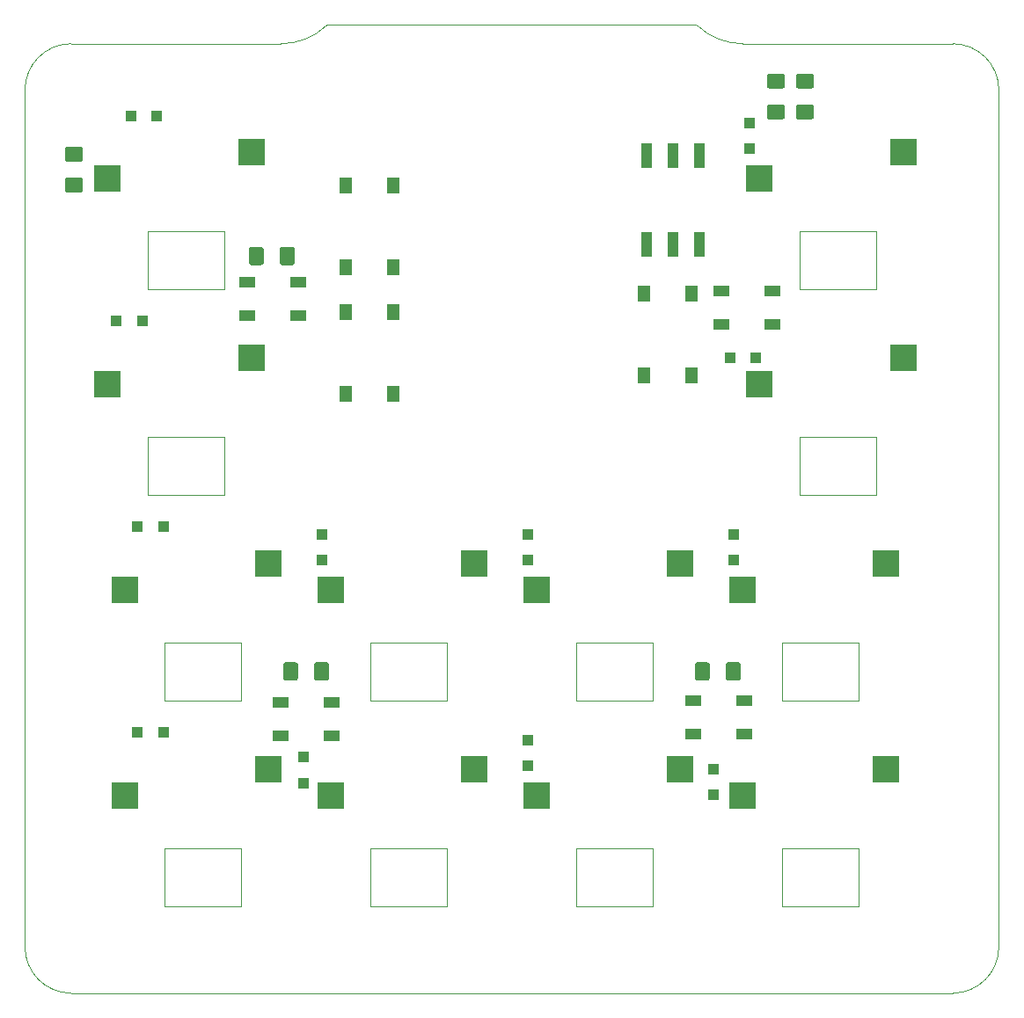
<source format=gbr>
G04 #@! TF.GenerationSoftware,KiCad,Pcbnew,(5.1.5)-3*
G04 #@! TF.CreationDate,2020-06-30T23:50:15-07:00*
G04 #@! TF.ProjectId,keypadV2,6b657970-6164-4563-922e-6b696361645f,rev?*
G04 #@! TF.SameCoordinates,Original*
G04 #@! TF.FileFunction,Paste,Bot*
G04 #@! TF.FilePolarity,Positive*
%FSLAX46Y46*%
G04 Gerber Fmt 4.6, Leading zero omitted, Abs format (unit mm)*
G04 Created by KiCad (PCBNEW (5.1.5)-3) date 2020-06-30 23:50:15*
%MOMM*%
%LPD*%
G04 APERTURE LIST*
%ADD10C,0.050000*%
%ADD11C,0.120000*%
%ADD12R,1.500000X1.000000*%
%ADD13C,0.100000*%
%ADD14R,1.000000X1.000000*%
%ADD15R,1.300000X1.550000*%
%ADD16R,1.130000X2.440000*%
%ADD17R,2.550000X2.500000*%
G04 APERTURE END LIST*
D10*
X154178000Y-69024500D02*
X154178000Y-63436500D01*
X146812000Y-69024500D02*
X154178000Y-69024500D01*
X154178000Y-63436500D02*
X146812000Y-63436500D01*
X146812000Y-63436500D02*
X146812000Y-69024500D01*
X154178000Y-88836500D02*
X154178000Y-83248500D01*
X146812000Y-88836500D02*
X154178000Y-88836500D01*
X154178000Y-83248500D02*
X146812000Y-83248500D01*
X146812000Y-83248500D02*
X146812000Y-88836500D01*
X155829000Y-108648500D02*
X155829000Y-103060500D01*
X148463000Y-108648500D02*
X155829000Y-108648500D01*
X155829000Y-103060500D02*
X148463000Y-103060500D01*
X148463000Y-103060500D02*
X148463000Y-108648500D01*
X155829000Y-128460500D02*
X155829000Y-122872500D01*
X148463000Y-128460500D02*
X155829000Y-128460500D01*
X155829000Y-122872500D02*
X148463000Y-122872500D01*
X148463000Y-122872500D02*
X148463000Y-128460500D01*
X175641000Y-128460500D02*
X175641000Y-122872500D01*
X168275000Y-128460500D02*
X175641000Y-128460500D01*
X175641000Y-122872500D02*
X168275000Y-122872500D01*
X168275000Y-122872500D02*
X168275000Y-128460500D01*
X175641000Y-108648500D02*
X175641000Y-103060500D01*
X168275000Y-108648500D02*
X175641000Y-108648500D01*
X175641000Y-103060500D02*
X168275000Y-103060500D01*
X168275000Y-103060500D02*
X168275000Y-108648500D01*
X195453000Y-108648500D02*
X195453000Y-103060500D01*
X188087000Y-108648500D02*
X195453000Y-108648500D01*
X195453000Y-103060500D02*
X188087000Y-103060500D01*
X188087000Y-103060500D02*
X188087000Y-108648500D01*
X195453000Y-128460500D02*
X195453000Y-122872500D01*
X188087000Y-128460500D02*
X195453000Y-128460500D01*
X195453000Y-122872500D02*
X188087000Y-122872500D01*
X188087000Y-122872500D02*
X188087000Y-128460500D01*
X215265000Y-128460500D02*
X215265000Y-122872500D01*
X207899000Y-128460500D02*
X215265000Y-128460500D01*
X215265000Y-122872500D02*
X207899000Y-122872500D01*
X207899000Y-122872500D02*
X207899000Y-128460500D01*
X215265000Y-108648500D02*
X215265000Y-103060500D01*
X207899000Y-108648500D02*
X215265000Y-108648500D01*
X215265000Y-103060500D02*
X207899000Y-103060500D01*
X207899000Y-103060500D02*
X207899000Y-108648500D01*
X216916000Y-83248500D02*
X209550000Y-83248500D01*
X209550000Y-88836500D02*
X216916000Y-88836500D01*
X216916000Y-88836500D02*
X216916000Y-83248500D01*
X209550000Y-83248500D02*
X209550000Y-88836500D01*
X216916000Y-69024500D02*
X216916000Y-63436500D01*
X209550000Y-69024500D02*
X216916000Y-69024500D01*
X209550000Y-63436500D02*
X209550000Y-69024500D01*
X216916000Y-63436500D02*
X209550000Y-63436500D01*
X224282000Y-45402500D02*
X204089000Y-45402500D01*
X199459533Y-43557442D02*
X164268467Y-43557442D01*
X199728941Y-43669034D02*
G75*
G03X204089000Y-45402500I4360059J4616534D01*
G01*
X199728941Y-43669034D02*
G75*
G03X199459533Y-43557442I-269408J-269408D01*
G01*
X163999059Y-43669034D02*
G75*
G02X164268467Y-43557442I269408J-269408D01*
G01*
X163999059Y-43669034D02*
G75*
G02X159639000Y-45402500I-4360059J4616534D01*
G01*
X139446000Y-45402500D02*
X159639000Y-45402500D01*
X135001000Y-49847500D02*
X135001000Y-132397500D01*
X224282000Y-136842500D02*
X139446000Y-136842500D01*
X228727000Y-49847500D02*
X228727000Y-132397500D01*
D11*
X135001000Y-49847500D02*
G75*
G02X139446000Y-45402500I4445000J0D01*
G01*
X224282000Y-45402500D02*
G75*
G02X228727000Y-49847500I0J-4445000D01*
G01*
X228727000Y-132397500D02*
G75*
G02X224282000Y-136842500I-4445000J0D01*
G01*
X139446000Y-136842500D02*
G75*
G02X135001000Y-132397500I0J4445000D01*
G01*
D12*
X164502000Y-108826500D03*
X164502000Y-112026500D03*
X159602000Y-108826500D03*
X159602000Y-112026500D03*
D13*
G36*
X160724504Y-64975704D02*
G01*
X160748773Y-64979304D01*
X160772571Y-64985265D01*
X160795671Y-64993530D01*
X160817849Y-65004020D01*
X160838893Y-65016633D01*
X160858598Y-65031247D01*
X160876777Y-65047723D01*
X160893253Y-65065902D01*
X160907867Y-65085607D01*
X160920480Y-65106651D01*
X160930970Y-65128829D01*
X160939235Y-65151929D01*
X160945196Y-65175727D01*
X160948796Y-65199996D01*
X160950000Y-65224500D01*
X160950000Y-66474500D01*
X160948796Y-66499004D01*
X160945196Y-66523273D01*
X160939235Y-66547071D01*
X160930970Y-66570171D01*
X160920480Y-66592349D01*
X160907867Y-66613393D01*
X160893253Y-66633098D01*
X160876777Y-66651277D01*
X160858598Y-66667753D01*
X160838893Y-66682367D01*
X160817849Y-66694980D01*
X160795671Y-66705470D01*
X160772571Y-66713735D01*
X160748773Y-66719696D01*
X160724504Y-66723296D01*
X160700000Y-66724500D01*
X159775000Y-66724500D01*
X159750496Y-66723296D01*
X159726227Y-66719696D01*
X159702429Y-66713735D01*
X159679329Y-66705470D01*
X159657151Y-66694980D01*
X159636107Y-66682367D01*
X159616402Y-66667753D01*
X159598223Y-66651277D01*
X159581747Y-66633098D01*
X159567133Y-66613393D01*
X159554520Y-66592349D01*
X159544030Y-66570171D01*
X159535765Y-66547071D01*
X159529804Y-66523273D01*
X159526204Y-66499004D01*
X159525000Y-66474500D01*
X159525000Y-65224500D01*
X159526204Y-65199996D01*
X159529804Y-65175727D01*
X159535765Y-65151929D01*
X159544030Y-65128829D01*
X159554520Y-65106651D01*
X159567133Y-65085607D01*
X159581747Y-65065902D01*
X159598223Y-65047723D01*
X159616402Y-65031247D01*
X159636107Y-65016633D01*
X159657151Y-65004020D01*
X159679329Y-64993530D01*
X159702429Y-64985265D01*
X159726227Y-64979304D01*
X159750496Y-64975704D01*
X159775000Y-64974500D01*
X160700000Y-64974500D01*
X160724504Y-64975704D01*
G37*
G36*
X157749504Y-64975704D02*
G01*
X157773773Y-64979304D01*
X157797571Y-64985265D01*
X157820671Y-64993530D01*
X157842849Y-65004020D01*
X157863893Y-65016633D01*
X157883598Y-65031247D01*
X157901777Y-65047723D01*
X157918253Y-65065902D01*
X157932867Y-65085607D01*
X157945480Y-65106651D01*
X157955970Y-65128829D01*
X157964235Y-65151929D01*
X157970196Y-65175727D01*
X157973796Y-65199996D01*
X157975000Y-65224500D01*
X157975000Y-66474500D01*
X157973796Y-66499004D01*
X157970196Y-66523273D01*
X157964235Y-66547071D01*
X157955970Y-66570171D01*
X157945480Y-66592349D01*
X157932867Y-66613393D01*
X157918253Y-66633098D01*
X157901777Y-66651277D01*
X157883598Y-66667753D01*
X157863893Y-66682367D01*
X157842849Y-66694980D01*
X157820671Y-66705470D01*
X157797571Y-66713735D01*
X157773773Y-66719696D01*
X157749504Y-66723296D01*
X157725000Y-66724500D01*
X156800000Y-66724500D01*
X156775496Y-66723296D01*
X156751227Y-66719696D01*
X156727429Y-66713735D01*
X156704329Y-66705470D01*
X156682151Y-66694980D01*
X156661107Y-66682367D01*
X156641402Y-66667753D01*
X156623223Y-66651277D01*
X156606747Y-66633098D01*
X156592133Y-66613393D01*
X156579520Y-66592349D01*
X156569030Y-66570171D01*
X156560765Y-66547071D01*
X156554804Y-66523273D01*
X156551204Y-66499004D01*
X156550000Y-66474500D01*
X156550000Y-65224500D01*
X156551204Y-65199996D01*
X156554804Y-65175727D01*
X156560765Y-65151929D01*
X156569030Y-65128829D01*
X156579520Y-65106651D01*
X156592133Y-65085607D01*
X156606747Y-65065902D01*
X156623223Y-65047723D01*
X156641402Y-65031247D01*
X156661107Y-65016633D01*
X156682151Y-65004020D01*
X156704329Y-64993530D01*
X156727429Y-64985265D01*
X156751227Y-64979304D01*
X156775496Y-64975704D01*
X156800000Y-64974500D01*
X157725000Y-64974500D01*
X157749504Y-64975704D01*
G37*
G36*
X164026504Y-104980704D02*
G01*
X164050773Y-104984304D01*
X164074571Y-104990265D01*
X164097671Y-104998530D01*
X164119849Y-105009020D01*
X164140893Y-105021633D01*
X164160598Y-105036247D01*
X164178777Y-105052723D01*
X164195253Y-105070902D01*
X164209867Y-105090607D01*
X164222480Y-105111651D01*
X164232970Y-105133829D01*
X164241235Y-105156929D01*
X164247196Y-105180727D01*
X164250796Y-105204996D01*
X164252000Y-105229500D01*
X164252000Y-106479500D01*
X164250796Y-106504004D01*
X164247196Y-106528273D01*
X164241235Y-106552071D01*
X164232970Y-106575171D01*
X164222480Y-106597349D01*
X164209867Y-106618393D01*
X164195253Y-106638098D01*
X164178777Y-106656277D01*
X164160598Y-106672753D01*
X164140893Y-106687367D01*
X164119849Y-106699980D01*
X164097671Y-106710470D01*
X164074571Y-106718735D01*
X164050773Y-106724696D01*
X164026504Y-106728296D01*
X164002000Y-106729500D01*
X163077000Y-106729500D01*
X163052496Y-106728296D01*
X163028227Y-106724696D01*
X163004429Y-106718735D01*
X162981329Y-106710470D01*
X162959151Y-106699980D01*
X162938107Y-106687367D01*
X162918402Y-106672753D01*
X162900223Y-106656277D01*
X162883747Y-106638098D01*
X162869133Y-106618393D01*
X162856520Y-106597349D01*
X162846030Y-106575171D01*
X162837765Y-106552071D01*
X162831804Y-106528273D01*
X162828204Y-106504004D01*
X162827000Y-106479500D01*
X162827000Y-105229500D01*
X162828204Y-105204996D01*
X162831804Y-105180727D01*
X162837765Y-105156929D01*
X162846030Y-105133829D01*
X162856520Y-105111651D01*
X162869133Y-105090607D01*
X162883747Y-105070902D01*
X162900223Y-105052723D01*
X162918402Y-105036247D01*
X162938107Y-105021633D01*
X162959151Y-105009020D01*
X162981329Y-104998530D01*
X163004429Y-104990265D01*
X163028227Y-104984304D01*
X163052496Y-104980704D01*
X163077000Y-104979500D01*
X164002000Y-104979500D01*
X164026504Y-104980704D01*
G37*
G36*
X161051504Y-104980704D02*
G01*
X161075773Y-104984304D01*
X161099571Y-104990265D01*
X161122671Y-104998530D01*
X161144849Y-105009020D01*
X161165893Y-105021633D01*
X161185598Y-105036247D01*
X161203777Y-105052723D01*
X161220253Y-105070902D01*
X161234867Y-105090607D01*
X161247480Y-105111651D01*
X161257970Y-105133829D01*
X161266235Y-105156929D01*
X161272196Y-105180727D01*
X161275796Y-105204996D01*
X161277000Y-105229500D01*
X161277000Y-106479500D01*
X161275796Y-106504004D01*
X161272196Y-106528273D01*
X161266235Y-106552071D01*
X161257970Y-106575171D01*
X161247480Y-106597349D01*
X161234867Y-106618393D01*
X161220253Y-106638098D01*
X161203777Y-106656277D01*
X161185598Y-106672753D01*
X161165893Y-106687367D01*
X161144849Y-106699980D01*
X161122671Y-106710470D01*
X161099571Y-106718735D01*
X161075773Y-106724696D01*
X161051504Y-106728296D01*
X161027000Y-106729500D01*
X160102000Y-106729500D01*
X160077496Y-106728296D01*
X160053227Y-106724696D01*
X160029429Y-106718735D01*
X160006329Y-106710470D01*
X159984151Y-106699980D01*
X159963107Y-106687367D01*
X159943402Y-106672753D01*
X159925223Y-106656277D01*
X159908747Y-106638098D01*
X159894133Y-106618393D01*
X159881520Y-106597349D01*
X159871030Y-106575171D01*
X159862765Y-106552071D01*
X159856804Y-106528273D01*
X159853204Y-106504004D01*
X159852000Y-106479500D01*
X159852000Y-105229500D01*
X159853204Y-105204996D01*
X159856804Y-105180727D01*
X159862765Y-105156929D01*
X159871030Y-105133829D01*
X159881520Y-105111651D01*
X159894133Y-105090607D01*
X159908747Y-105070902D01*
X159925223Y-105052723D01*
X159943402Y-105036247D01*
X159963107Y-105021633D01*
X159984151Y-105009020D01*
X160006329Y-104998530D01*
X160029429Y-104990265D01*
X160053227Y-104984304D01*
X160077496Y-104980704D01*
X160102000Y-104979500D01*
X161027000Y-104979500D01*
X161051504Y-104980704D01*
G37*
G36*
X203650504Y-104980704D02*
G01*
X203674773Y-104984304D01*
X203698571Y-104990265D01*
X203721671Y-104998530D01*
X203743849Y-105009020D01*
X203764893Y-105021633D01*
X203784598Y-105036247D01*
X203802777Y-105052723D01*
X203819253Y-105070902D01*
X203833867Y-105090607D01*
X203846480Y-105111651D01*
X203856970Y-105133829D01*
X203865235Y-105156929D01*
X203871196Y-105180727D01*
X203874796Y-105204996D01*
X203876000Y-105229500D01*
X203876000Y-106479500D01*
X203874796Y-106504004D01*
X203871196Y-106528273D01*
X203865235Y-106552071D01*
X203856970Y-106575171D01*
X203846480Y-106597349D01*
X203833867Y-106618393D01*
X203819253Y-106638098D01*
X203802777Y-106656277D01*
X203784598Y-106672753D01*
X203764893Y-106687367D01*
X203743849Y-106699980D01*
X203721671Y-106710470D01*
X203698571Y-106718735D01*
X203674773Y-106724696D01*
X203650504Y-106728296D01*
X203626000Y-106729500D01*
X202701000Y-106729500D01*
X202676496Y-106728296D01*
X202652227Y-106724696D01*
X202628429Y-106718735D01*
X202605329Y-106710470D01*
X202583151Y-106699980D01*
X202562107Y-106687367D01*
X202542402Y-106672753D01*
X202524223Y-106656277D01*
X202507747Y-106638098D01*
X202493133Y-106618393D01*
X202480520Y-106597349D01*
X202470030Y-106575171D01*
X202461765Y-106552071D01*
X202455804Y-106528273D01*
X202452204Y-106504004D01*
X202451000Y-106479500D01*
X202451000Y-105229500D01*
X202452204Y-105204996D01*
X202455804Y-105180727D01*
X202461765Y-105156929D01*
X202470030Y-105133829D01*
X202480520Y-105111651D01*
X202493133Y-105090607D01*
X202507747Y-105070902D01*
X202524223Y-105052723D01*
X202542402Y-105036247D01*
X202562107Y-105021633D01*
X202583151Y-105009020D01*
X202605329Y-104998530D01*
X202628429Y-104990265D01*
X202652227Y-104984304D01*
X202676496Y-104980704D01*
X202701000Y-104979500D01*
X203626000Y-104979500D01*
X203650504Y-104980704D01*
G37*
G36*
X200675504Y-104980704D02*
G01*
X200699773Y-104984304D01*
X200723571Y-104990265D01*
X200746671Y-104998530D01*
X200768849Y-105009020D01*
X200789893Y-105021633D01*
X200809598Y-105036247D01*
X200827777Y-105052723D01*
X200844253Y-105070902D01*
X200858867Y-105090607D01*
X200871480Y-105111651D01*
X200881970Y-105133829D01*
X200890235Y-105156929D01*
X200896196Y-105180727D01*
X200899796Y-105204996D01*
X200901000Y-105229500D01*
X200901000Y-106479500D01*
X200899796Y-106504004D01*
X200896196Y-106528273D01*
X200890235Y-106552071D01*
X200881970Y-106575171D01*
X200871480Y-106597349D01*
X200858867Y-106618393D01*
X200844253Y-106638098D01*
X200827777Y-106656277D01*
X200809598Y-106672753D01*
X200789893Y-106687367D01*
X200768849Y-106699980D01*
X200746671Y-106710470D01*
X200723571Y-106718735D01*
X200699773Y-106724696D01*
X200675504Y-106728296D01*
X200651000Y-106729500D01*
X199726000Y-106729500D01*
X199701496Y-106728296D01*
X199677227Y-106724696D01*
X199653429Y-106718735D01*
X199630329Y-106710470D01*
X199608151Y-106699980D01*
X199587107Y-106687367D01*
X199567402Y-106672753D01*
X199549223Y-106656277D01*
X199532747Y-106638098D01*
X199518133Y-106618393D01*
X199505520Y-106597349D01*
X199495030Y-106575171D01*
X199486765Y-106552071D01*
X199480804Y-106528273D01*
X199477204Y-106504004D01*
X199476000Y-106479500D01*
X199476000Y-105229500D01*
X199477204Y-105204996D01*
X199480804Y-105180727D01*
X199486765Y-105156929D01*
X199495030Y-105133829D01*
X199505520Y-105111651D01*
X199518133Y-105090607D01*
X199532747Y-105070902D01*
X199549223Y-105052723D01*
X199567402Y-105036247D01*
X199587107Y-105021633D01*
X199608151Y-105009020D01*
X199630329Y-104998530D01*
X199653429Y-104990265D01*
X199677227Y-104984304D01*
X199701496Y-104980704D01*
X199726000Y-104979500D01*
X200651000Y-104979500D01*
X200675504Y-104980704D01*
G37*
D14*
X145181000Y-52387500D03*
X147681000Y-52387500D03*
X143784000Y-72072500D03*
X146284000Y-72072500D03*
X202839000Y-75628500D03*
X205339000Y-75628500D03*
X204724000Y-55542500D03*
X204724000Y-53042500D03*
X148316000Y-91884500D03*
X145816000Y-91884500D03*
X163576000Y-95166500D03*
X163576000Y-92666500D03*
X183388000Y-92666500D03*
X183388000Y-95166500D03*
X203200000Y-92666500D03*
X203200000Y-95166500D03*
X148316000Y-111696500D03*
X145816000Y-111696500D03*
X161798000Y-116629500D03*
X161798000Y-114129500D03*
X183388000Y-112478500D03*
X183388000Y-114978500D03*
X201295000Y-117772500D03*
X201295000Y-115272500D03*
D13*
G36*
X210707504Y-51258704D02*
G01*
X210731773Y-51262304D01*
X210755571Y-51268265D01*
X210778671Y-51276530D01*
X210800849Y-51287020D01*
X210821893Y-51299633D01*
X210841598Y-51314247D01*
X210859777Y-51330723D01*
X210876253Y-51348902D01*
X210890867Y-51368607D01*
X210903480Y-51389651D01*
X210913970Y-51411829D01*
X210922235Y-51434929D01*
X210928196Y-51458727D01*
X210931796Y-51482996D01*
X210933000Y-51507500D01*
X210933000Y-52432500D01*
X210931796Y-52457004D01*
X210928196Y-52481273D01*
X210922235Y-52505071D01*
X210913970Y-52528171D01*
X210903480Y-52550349D01*
X210890867Y-52571393D01*
X210876253Y-52591098D01*
X210859777Y-52609277D01*
X210841598Y-52625753D01*
X210821893Y-52640367D01*
X210800849Y-52652980D01*
X210778671Y-52663470D01*
X210755571Y-52671735D01*
X210731773Y-52677696D01*
X210707504Y-52681296D01*
X210683000Y-52682500D01*
X209433000Y-52682500D01*
X209408496Y-52681296D01*
X209384227Y-52677696D01*
X209360429Y-52671735D01*
X209337329Y-52663470D01*
X209315151Y-52652980D01*
X209294107Y-52640367D01*
X209274402Y-52625753D01*
X209256223Y-52609277D01*
X209239747Y-52591098D01*
X209225133Y-52571393D01*
X209212520Y-52550349D01*
X209202030Y-52528171D01*
X209193765Y-52505071D01*
X209187804Y-52481273D01*
X209184204Y-52457004D01*
X209183000Y-52432500D01*
X209183000Y-51507500D01*
X209184204Y-51482996D01*
X209187804Y-51458727D01*
X209193765Y-51434929D01*
X209202030Y-51411829D01*
X209212520Y-51389651D01*
X209225133Y-51368607D01*
X209239747Y-51348902D01*
X209256223Y-51330723D01*
X209274402Y-51314247D01*
X209294107Y-51299633D01*
X209315151Y-51287020D01*
X209337329Y-51276530D01*
X209360429Y-51268265D01*
X209384227Y-51262304D01*
X209408496Y-51258704D01*
X209433000Y-51257500D01*
X210683000Y-51257500D01*
X210707504Y-51258704D01*
G37*
G36*
X210707504Y-48283704D02*
G01*
X210731773Y-48287304D01*
X210755571Y-48293265D01*
X210778671Y-48301530D01*
X210800849Y-48312020D01*
X210821893Y-48324633D01*
X210841598Y-48339247D01*
X210859777Y-48355723D01*
X210876253Y-48373902D01*
X210890867Y-48393607D01*
X210903480Y-48414651D01*
X210913970Y-48436829D01*
X210922235Y-48459929D01*
X210928196Y-48483727D01*
X210931796Y-48507996D01*
X210933000Y-48532500D01*
X210933000Y-49457500D01*
X210931796Y-49482004D01*
X210928196Y-49506273D01*
X210922235Y-49530071D01*
X210913970Y-49553171D01*
X210903480Y-49575349D01*
X210890867Y-49596393D01*
X210876253Y-49616098D01*
X210859777Y-49634277D01*
X210841598Y-49650753D01*
X210821893Y-49665367D01*
X210800849Y-49677980D01*
X210778671Y-49688470D01*
X210755571Y-49696735D01*
X210731773Y-49702696D01*
X210707504Y-49706296D01*
X210683000Y-49707500D01*
X209433000Y-49707500D01*
X209408496Y-49706296D01*
X209384227Y-49702696D01*
X209360429Y-49696735D01*
X209337329Y-49688470D01*
X209315151Y-49677980D01*
X209294107Y-49665367D01*
X209274402Y-49650753D01*
X209256223Y-49634277D01*
X209239747Y-49616098D01*
X209225133Y-49596393D01*
X209212520Y-49575349D01*
X209202030Y-49553171D01*
X209193765Y-49530071D01*
X209187804Y-49506273D01*
X209184204Y-49482004D01*
X209183000Y-49457500D01*
X209183000Y-48532500D01*
X209184204Y-48507996D01*
X209187804Y-48483727D01*
X209193765Y-48459929D01*
X209202030Y-48436829D01*
X209212520Y-48414651D01*
X209225133Y-48393607D01*
X209239747Y-48373902D01*
X209256223Y-48355723D01*
X209274402Y-48339247D01*
X209294107Y-48324633D01*
X209315151Y-48312020D01*
X209337329Y-48301530D01*
X209360429Y-48293265D01*
X209384227Y-48287304D01*
X209408496Y-48283704D01*
X209433000Y-48282500D01*
X210683000Y-48282500D01*
X210707504Y-48283704D01*
G37*
D12*
X156363500Y-71577000D03*
X156363500Y-68377000D03*
X161263500Y-71577000D03*
X161263500Y-68377000D03*
X199353000Y-111899500D03*
X199353000Y-108699500D03*
X204253000Y-111899500D03*
X204253000Y-108699500D03*
X202020000Y-72402500D03*
X202020000Y-69202500D03*
X206920000Y-72402500D03*
X206920000Y-69202500D03*
D13*
G36*
X207913504Y-48283704D02*
G01*
X207937773Y-48287304D01*
X207961571Y-48293265D01*
X207984671Y-48301530D01*
X208006849Y-48312020D01*
X208027893Y-48324633D01*
X208047598Y-48339247D01*
X208065777Y-48355723D01*
X208082253Y-48373902D01*
X208096867Y-48393607D01*
X208109480Y-48414651D01*
X208119970Y-48436829D01*
X208128235Y-48459929D01*
X208134196Y-48483727D01*
X208137796Y-48507996D01*
X208139000Y-48532500D01*
X208139000Y-49457500D01*
X208137796Y-49482004D01*
X208134196Y-49506273D01*
X208128235Y-49530071D01*
X208119970Y-49553171D01*
X208109480Y-49575349D01*
X208096867Y-49596393D01*
X208082253Y-49616098D01*
X208065777Y-49634277D01*
X208047598Y-49650753D01*
X208027893Y-49665367D01*
X208006849Y-49677980D01*
X207984671Y-49688470D01*
X207961571Y-49696735D01*
X207937773Y-49702696D01*
X207913504Y-49706296D01*
X207889000Y-49707500D01*
X206639000Y-49707500D01*
X206614496Y-49706296D01*
X206590227Y-49702696D01*
X206566429Y-49696735D01*
X206543329Y-49688470D01*
X206521151Y-49677980D01*
X206500107Y-49665367D01*
X206480402Y-49650753D01*
X206462223Y-49634277D01*
X206445747Y-49616098D01*
X206431133Y-49596393D01*
X206418520Y-49575349D01*
X206408030Y-49553171D01*
X206399765Y-49530071D01*
X206393804Y-49506273D01*
X206390204Y-49482004D01*
X206389000Y-49457500D01*
X206389000Y-48532500D01*
X206390204Y-48507996D01*
X206393804Y-48483727D01*
X206399765Y-48459929D01*
X206408030Y-48436829D01*
X206418520Y-48414651D01*
X206431133Y-48393607D01*
X206445747Y-48373902D01*
X206462223Y-48355723D01*
X206480402Y-48339247D01*
X206500107Y-48324633D01*
X206521151Y-48312020D01*
X206543329Y-48301530D01*
X206566429Y-48293265D01*
X206590227Y-48287304D01*
X206614496Y-48283704D01*
X206639000Y-48282500D01*
X207889000Y-48282500D01*
X207913504Y-48283704D01*
G37*
G36*
X207913504Y-51258704D02*
G01*
X207937773Y-51262304D01*
X207961571Y-51268265D01*
X207984671Y-51276530D01*
X208006849Y-51287020D01*
X208027893Y-51299633D01*
X208047598Y-51314247D01*
X208065777Y-51330723D01*
X208082253Y-51348902D01*
X208096867Y-51368607D01*
X208109480Y-51389651D01*
X208119970Y-51411829D01*
X208128235Y-51434929D01*
X208134196Y-51458727D01*
X208137796Y-51482996D01*
X208139000Y-51507500D01*
X208139000Y-52432500D01*
X208137796Y-52457004D01*
X208134196Y-52481273D01*
X208128235Y-52505071D01*
X208119970Y-52528171D01*
X208109480Y-52550349D01*
X208096867Y-52571393D01*
X208082253Y-52591098D01*
X208065777Y-52609277D01*
X208047598Y-52625753D01*
X208027893Y-52640367D01*
X208006849Y-52652980D01*
X207984671Y-52663470D01*
X207961571Y-52671735D01*
X207937773Y-52677696D01*
X207913504Y-52681296D01*
X207889000Y-52682500D01*
X206639000Y-52682500D01*
X206614496Y-52681296D01*
X206590227Y-52677696D01*
X206566429Y-52671735D01*
X206543329Y-52663470D01*
X206521151Y-52652980D01*
X206500107Y-52640367D01*
X206480402Y-52625753D01*
X206462223Y-52609277D01*
X206445747Y-52591098D01*
X206431133Y-52571393D01*
X206418520Y-52550349D01*
X206408030Y-52528171D01*
X206399765Y-52505071D01*
X206393804Y-52481273D01*
X206390204Y-52457004D01*
X206389000Y-52432500D01*
X206389000Y-51507500D01*
X206390204Y-51482996D01*
X206393804Y-51458727D01*
X206399765Y-51434929D01*
X206408030Y-51411829D01*
X206418520Y-51389651D01*
X206431133Y-51368607D01*
X206445747Y-51348902D01*
X206462223Y-51330723D01*
X206480402Y-51314247D01*
X206500107Y-51299633D01*
X206521151Y-51287020D01*
X206543329Y-51276530D01*
X206566429Y-51268265D01*
X206590227Y-51262304D01*
X206614496Y-51258704D01*
X206639000Y-51257500D01*
X207889000Y-51257500D01*
X207913504Y-51258704D01*
G37*
D15*
X170398000Y-59017000D03*
X170398000Y-66967000D03*
X165898000Y-59017000D03*
X165898000Y-66967000D03*
X165898000Y-79159000D03*
X165898000Y-71209000D03*
X170398000Y-79159000D03*
X170398000Y-71209000D03*
X194600000Y-77381000D03*
X194600000Y-69431000D03*
X199100000Y-77381000D03*
X199100000Y-69431000D03*
D16*
X199898000Y-56147000D03*
X199898000Y-64757000D03*
X197358000Y-56147000D03*
X197358000Y-64757000D03*
X194818000Y-56147000D03*
X194818000Y-64757000D03*
D17*
X156785000Y-55816500D03*
X142935000Y-58356500D03*
X142935000Y-78168500D03*
X156785000Y-75628500D03*
X219523000Y-75628500D03*
X205673000Y-78168500D03*
X205673000Y-58356500D03*
X219523000Y-55816500D03*
X158436000Y-95440500D03*
X144586000Y-97980500D03*
X178248000Y-95440500D03*
X164398000Y-97980500D03*
X184210000Y-97980500D03*
X198060000Y-95440500D03*
X217872000Y-95440500D03*
X204022000Y-97980500D03*
X144586000Y-117792500D03*
X158436000Y-115252500D03*
X164398000Y-117792500D03*
X178248000Y-115252500D03*
X198060000Y-115252500D03*
X184210000Y-117792500D03*
X204022000Y-117792500D03*
X217872000Y-115252500D03*
D13*
G36*
X140349504Y-58307204D02*
G01*
X140373773Y-58310804D01*
X140397571Y-58316765D01*
X140420671Y-58325030D01*
X140442849Y-58335520D01*
X140463893Y-58348133D01*
X140483598Y-58362747D01*
X140501777Y-58379223D01*
X140518253Y-58397402D01*
X140532867Y-58417107D01*
X140545480Y-58438151D01*
X140555970Y-58460329D01*
X140564235Y-58483429D01*
X140570196Y-58507227D01*
X140573796Y-58531496D01*
X140575000Y-58556000D01*
X140575000Y-59481000D01*
X140573796Y-59505504D01*
X140570196Y-59529773D01*
X140564235Y-59553571D01*
X140555970Y-59576671D01*
X140545480Y-59598849D01*
X140532867Y-59619893D01*
X140518253Y-59639598D01*
X140501777Y-59657777D01*
X140483598Y-59674253D01*
X140463893Y-59688867D01*
X140442849Y-59701480D01*
X140420671Y-59711970D01*
X140397571Y-59720235D01*
X140373773Y-59726196D01*
X140349504Y-59729796D01*
X140325000Y-59731000D01*
X139075000Y-59731000D01*
X139050496Y-59729796D01*
X139026227Y-59726196D01*
X139002429Y-59720235D01*
X138979329Y-59711970D01*
X138957151Y-59701480D01*
X138936107Y-59688867D01*
X138916402Y-59674253D01*
X138898223Y-59657777D01*
X138881747Y-59639598D01*
X138867133Y-59619893D01*
X138854520Y-59598849D01*
X138844030Y-59576671D01*
X138835765Y-59553571D01*
X138829804Y-59529773D01*
X138826204Y-59505504D01*
X138825000Y-59481000D01*
X138825000Y-58556000D01*
X138826204Y-58531496D01*
X138829804Y-58507227D01*
X138835765Y-58483429D01*
X138844030Y-58460329D01*
X138854520Y-58438151D01*
X138867133Y-58417107D01*
X138881747Y-58397402D01*
X138898223Y-58379223D01*
X138916402Y-58362747D01*
X138936107Y-58348133D01*
X138957151Y-58335520D01*
X138979329Y-58325030D01*
X139002429Y-58316765D01*
X139026227Y-58310804D01*
X139050496Y-58307204D01*
X139075000Y-58306000D01*
X140325000Y-58306000D01*
X140349504Y-58307204D01*
G37*
G36*
X140349504Y-55332204D02*
G01*
X140373773Y-55335804D01*
X140397571Y-55341765D01*
X140420671Y-55350030D01*
X140442849Y-55360520D01*
X140463893Y-55373133D01*
X140483598Y-55387747D01*
X140501777Y-55404223D01*
X140518253Y-55422402D01*
X140532867Y-55442107D01*
X140545480Y-55463151D01*
X140555970Y-55485329D01*
X140564235Y-55508429D01*
X140570196Y-55532227D01*
X140573796Y-55556496D01*
X140575000Y-55581000D01*
X140575000Y-56506000D01*
X140573796Y-56530504D01*
X140570196Y-56554773D01*
X140564235Y-56578571D01*
X140555970Y-56601671D01*
X140545480Y-56623849D01*
X140532867Y-56644893D01*
X140518253Y-56664598D01*
X140501777Y-56682777D01*
X140483598Y-56699253D01*
X140463893Y-56713867D01*
X140442849Y-56726480D01*
X140420671Y-56736970D01*
X140397571Y-56745235D01*
X140373773Y-56751196D01*
X140349504Y-56754796D01*
X140325000Y-56756000D01*
X139075000Y-56756000D01*
X139050496Y-56754796D01*
X139026227Y-56751196D01*
X139002429Y-56745235D01*
X138979329Y-56736970D01*
X138957151Y-56726480D01*
X138936107Y-56713867D01*
X138916402Y-56699253D01*
X138898223Y-56682777D01*
X138881747Y-56664598D01*
X138867133Y-56644893D01*
X138854520Y-56623849D01*
X138844030Y-56601671D01*
X138835765Y-56578571D01*
X138829804Y-56554773D01*
X138826204Y-56530504D01*
X138825000Y-56506000D01*
X138825000Y-55581000D01*
X138826204Y-55556496D01*
X138829804Y-55532227D01*
X138835765Y-55508429D01*
X138844030Y-55485329D01*
X138854520Y-55463151D01*
X138867133Y-55442107D01*
X138881747Y-55422402D01*
X138898223Y-55404223D01*
X138916402Y-55387747D01*
X138936107Y-55373133D01*
X138957151Y-55360520D01*
X138979329Y-55350030D01*
X139002429Y-55341765D01*
X139026227Y-55335804D01*
X139050496Y-55332204D01*
X139075000Y-55331000D01*
X140325000Y-55331000D01*
X140349504Y-55332204D01*
G37*
M02*

</source>
